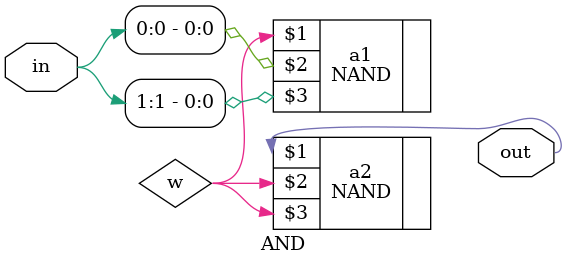
<source format=v>
module AND(out,in);
input [1:0]in;
output out;

NAND a1 (w, in[0], in[1]);
NAND a2(out, w, w);

endmodule


</source>
